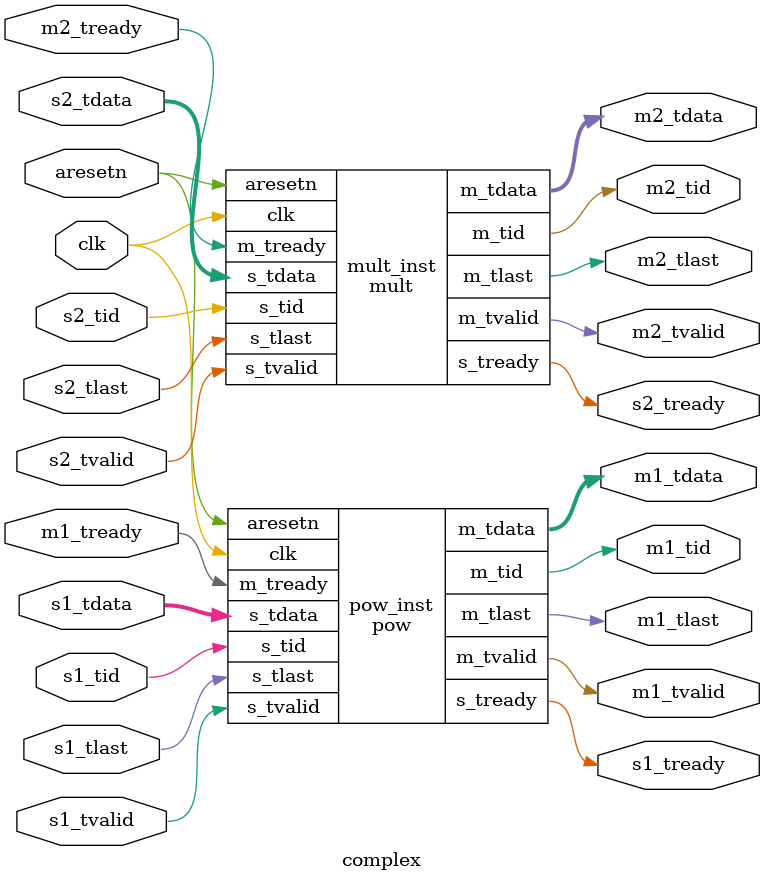
<source format=sv>
module pow (

    input logic        clk,
    input logic        aresetn,

    // AXI-Stream на вход
    input  logic        s_tvalid,
    output logic        s_tready,
    input  logic [31:0] s_tdata,
    input  logic        s_tid,
    input  logic        s_tlast,

    // AXI-Stream на выход
    output logic        m_tvalid,
    input  logic        m_tready,
    output logic [31:0] m_tdata,
    output logic        m_tid,
    output logic        m_tlast

);

    logic        tvalid_ff     [5];
    logic [31:0] tdata_ff      [5];
    logic [31:0] tdata_tmp_ff  [5];
    logic        tid_ff        [5];
    logic        tlast_ff      [5];

    always_ff @(posedge clk or negedge aresetn) begin
        if( ~aresetn ) begin
            for(int i = 0; i < 5; i++) begin
                tvalid_ff    [i] <= 'b0;
                tdata_ff     [i] <= 'b0;
                tdata_tmp_ff [i] <= 'b0;
                tid_ff       [i] <= 'b0;
                tlast_ff     [i] <= 'b0;
            end
        end
        else if ( s_tready ) begin
            tvalid_ff    [0] <= s_tvalid;
            tdata_ff     [0] <= s_tdata;
            tdata_tmp_ff [0] <= s_tdata;
            tid_ff       [0] <= s_tid;
            tlast_ff     [0] <= s_tlast;
            for(int i = 1; i < 4; i++) begin
                tdata_tmp_ff [i] <= tdata_tmp_ff[i-1];
            end
            for(int i = 1; i < 5; i++) begin
                tvalid_ff    [i] <= tvalid_ff [i-1];
                tdata_ff     [i] <= tdata_ff  [i-1] * tdata_tmp_ff  [i-1];
                tid_ff       [i] <= tid_ff    [i-1];
                tlast_ff     [i] <= tlast_ff  [i-1];
            end
        end
    end

    assign s_tready = tvalid_ff [4] & ~m_tready ? 0 : 1;
    assign m_tvalid = tvalid_ff [4];
    assign m_tdata  = tdata_ff  [4];
    assign m_tid    = tid_ff    [4];
    assign m_tlast  = tlast_ff  [4];

endmodule

module mult (

    input logic         clk,
    input logic         aresetn,

    input  logic        s_tvalid,
    output logic        s_tready,
    input  logic [31:0] s_tdata,
    input  logic        s_tid,
    input  logic        s_tlast,

    output logic        m_tvalid,
    input  logic        m_tready,
    output logic [31:0] m_tdata,
    output logic        m_tid,
    output logic        m_tlast

);

    logic        tvalid_ff;
    logic [31:0] tdata_ff;
    logic        tid_ff;
    logic        tlast_ff;

    always_ff @(posedge clk or negedge aresetn) begin
        if( ~aresetn ) begin
            tvalid_ff    <= 'b0;
            tdata_ff     <= 'b0;
            tid_ff       <= 'b0;
            tlast_ff     <= 'b0;
        end
        else if ( s_tready ) begin
            tvalid_ff    <= s_tvalid;
            tdata_ff     <= s_tdata * s_tdata;
            tid_ff       <= s_tid;
            tlast_ff     <= s_tlast;
        end
    end

    assign s_tready = tvalid_ff & ~m_tready ? 0 : 1;
    assign m_tvalid = tvalid_ff;
    assign m_tdata  = tdata_ff;
    assign m_tid    = tid_ff;
    assign m_tlast  = tlast_ff;

endmodule

module complex (

    input logic        clk,
    input logic        aresetn,

    // AXI-Stream 1 на вход
    input  logic        s1_tvalid,
    output logic        s1_tready,
    input  logic [31:0] s1_tdata,
    input  logic        s1_tid,
    input  logic        s1_tlast,

    // AXI-Stream 1 на выход
    output logic        m1_tvalid,
    input  logic        m1_tready,
    output logic [31:0] m1_tdata,
    output logic        m1_tid,
    output logic        m1_tlast,

    // AXI-Stream 2 на вход
    input  logic        s2_tvalid,
    output logic        s2_tready,
    input  logic [31:0] s2_tdata,
    input  logic        s2_tid,
    input  logic        s2_tlast,

    // AXI-Stream 2 на выход
    output logic        m2_tvalid,
    input  logic        m2_tready,
    output logic [31:0] m2_tdata,
    output logic        m2_tid,
    output logic        m2_tlast

);

    pow pow_inst (
        .clk        ( clk       ),
        .aresetn    ( aresetn   ),
        .s_tvalid   ( s1_tvalid ),
        .s_tready   ( s1_tready ),
        .s_tdata    ( s1_tdata  ),
        .s_tid      ( s1_tid    ),
        .s_tlast    ( s1_tlast  ),
        .m_tvalid   ( m1_tvalid ),
        .m_tready   ( m1_tready ),
        .m_tdata    ( m1_tdata  ),
        .m_tid      ( m1_tid    ),
        .m_tlast    ( m1_tlast  )
    );

    mult mult_inst (
        .clk        ( clk       ),
        .aresetn    ( aresetn   ),
        .s_tvalid   ( s2_tvalid ),
        .s_tready   ( s2_tready ),
        .s_tdata    ( s2_tdata  ),
        .s_tid      ( s2_tid    ),
        .s_tlast    ( s2_tlast  ),
        .m_tvalid   ( m2_tvalid ),
        .m_tready   ( m2_tready ),
        .m_tdata    ( m2_tdata  ),
        .m_tid      ( m2_tid    ),
        .m_tlast    ( m2_tlast  )
    );

endmodule
</source>
